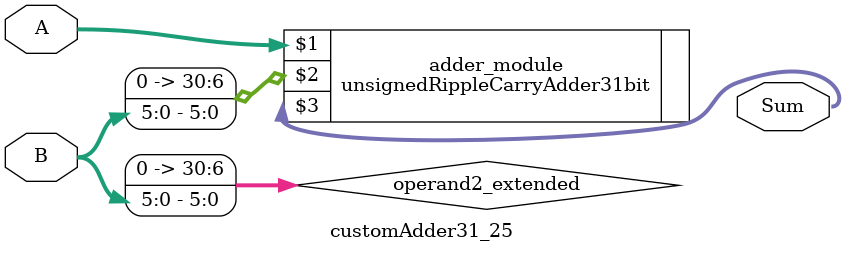
<source format=v>

module customAdder31_25(
                    input [30 : 0] A,
                    input [5 : 0] B,
                    
                    output [31 : 0] Sum
            );

    wire [30 : 0] operand2_extended;
    
    assign operand2_extended =  {25'b0, B};
    
    unsignedRippleCarryAdder31bit adder_module(
        A,
        operand2_extended,
        Sum
    );
    
endmodule
        
</source>
